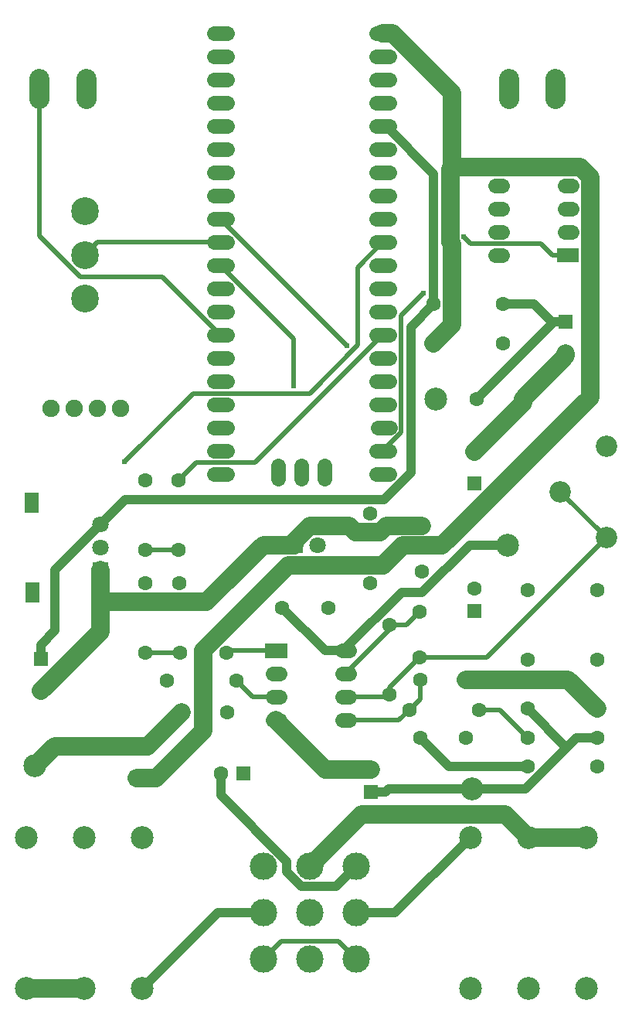
<source format=gbl>
G04 Layer: BottomLayer*
G04 EasyEDA v6.4.19.5, 2021-05-01T16:54:04+01:00*
G04 546d7772027e45709b81d84d5bd5c9e2,16c567bfc68a422cbc3e568a0f495cef,10*
G04 Gerber Generator version 0.2*
G04 Scale: 100 percent, Rotated: No, Reflected: No *
G04 Dimensions in millimeters *
G04 leading zeros omitted , absolute positions ,4 integer and 5 decimal *
%FSLAX45Y45*%
%MOMM*%

%ADD11C,0.5000*%
%ADD12C,2.0000*%
%ADD13C,1.0000*%
%ADD14C,0.6100*%
%ADD15C,2.4999*%
%ADD16C,1.6000*%
%ADD17R,1.8000X1.8000*%
%ADD18C,1.8000*%
%ADD19R,1.6000X1.6000*%
%ADD20C,3.0000*%
%ADD21C,2.4994*%
%ADD22R,2.4000X1.6000*%
%ADD23C,1.9000*%
%ADD24C,3.0455*%
%ADD25C,2.3400*%
%ADD26R,1.5000X2.2000*%
%ADD27C,1.5999*%
%ADD28C,2.2000*%

%LPD*%
D11*
X4775200Y8610600D02*
G01*
X4977384Y8812784D01*
X4977384Y10097262D01*
X5217922Y10337545D01*
X5661152Y10958829D02*
G01*
X5736081Y10883900D01*
X6510020Y10883900D01*
X6637020Y10756900D01*
X6807200Y10756900D02*
G01*
X6637020Y10756900D01*
X2997200Y11150600D02*
G01*
X4380229Y9767570D01*
D12*
X6781800Y9680194D02*
G01*
X6781800Y9656063D01*
X6307836Y9182100D01*
X6307836Y9182100D02*
G01*
X6307836Y9137142D01*
X5778500Y8607805D01*
X2569463Y5753100D02*
G01*
X2198370Y5382005D01*
X2082800Y5382005D01*
X2082800Y5382005D02*
G01*
X1178305Y5382005D01*
X965200Y5168900D01*
X1677162Y6963663D02*
G01*
X2844800Y6963663D01*
X3043936Y7162800D01*
X1677162Y7306563D02*
G01*
X1677162Y6963663D01*
X1677162Y6963663D02*
G01*
X1677162Y6632955D01*
X1028700Y5984494D01*
X5685536Y6108700D02*
G01*
X6807200Y6108700D01*
X7124700Y5791200D01*
X4648200Y5128768D02*
G01*
X4142231Y5128768D01*
X3606800Y5664200D01*
X3975100Y4064000D02*
G01*
X4544822Y4633721D01*
X6116320Y4633721D01*
X6369050Y4380992D01*
X3043936Y7162800D02*
G01*
X3463036Y7581900D01*
X3810000Y7581900D01*
X3810000Y7581900D02*
G01*
X3810000Y7625842D01*
X3975100Y7790687D01*
X4409947Y7790687D01*
X4476241Y7724394D01*
X4742434Y7724394D01*
X4811775Y7793736D01*
X5207000Y7793736D01*
X869950Y2731007D02*
G01*
X1504950Y2731007D01*
X7004050Y4380992D02*
G01*
X6369050Y4380992D01*
D13*
X4483100Y3556000D02*
G01*
X4909058Y3556000D01*
X5734050Y4380992D01*
X3467100Y3556000D02*
G01*
X2964941Y3556000D01*
X2139950Y2731007D01*
X6362700Y5156200D02*
G01*
X5503163Y5156200D01*
X5185663Y5473700D01*
D11*
X6362700Y5473700D02*
G01*
X6057900Y5778500D01*
X5829300Y5778500D01*
D13*
X4648200Y4878831D02*
G01*
X4803393Y4878831D01*
X4803393Y4878831D02*
G01*
X4839461Y4914900D01*
X5753100Y4914900D01*
X6362700Y5791200D02*
G01*
X6788150Y5365750D01*
X5753100Y4914900D02*
G01*
X6337300Y4914900D01*
X6788150Y5365750D01*
X6788150Y5365750D02*
G01*
X6896100Y5473700D01*
X7124700Y5473700D01*
D11*
X4368800Y5664200D02*
G01*
X4953000Y5664200D01*
X5067300Y5778500D01*
X5185663Y6108700D02*
G01*
X5185663Y5896863D01*
X5067300Y5778500D01*
X4775200Y9880600D02*
G01*
X3378200Y8483600D01*
X2730500Y8483600D01*
X2540000Y8293100D01*
X2170429Y7531100D02*
G01*
X2540000Y7531100D01*
X4368800Y6172200D02*
G01*
X4851400Y6654800D01*
X4851400Y6705600D01*
X4851400Y6705600D02*
G01*
X5033263Y6705600D01*
X5181600Y6853936D01*
D13*
X3674363Y6896100D02*
G01*
X4144263Y6426200D01*
X4368800Y6426200D01*
X4368800Y6426200D02*
G01*
X4368800Y6450329D01*
X4979670Y7061200D01*
X5205222Y7061200D01*
X5725922Y7581900D01*
X6146800Y7581900D01*
D11*
X7222236Y7665973D02*
G01*
X6722363Y8166100D01*
X4368800Y5918200D02*
G01*
X4826000Y5918200D01*
X4851400Y5943600D01*
X7222236Y7665973D02*
G01*
X5910325Y6354063D01*
X5181600Y6354063D01*
X5181600Y6354063D02*
G01*
X4851400Y6023863D01*
X4851400Y5943600D01*
X3606800Y6426200D02*
G01*
X3082036Y6426200D01*
X3056636Y6400800D01*
D13*
X4483100Y4064000D02*
G01*
X4266945Y3847845D01*
X3882136Y3847845D01*
X3721100Y4008881D01*
X3721100Y4119371D01*
X2999231Y4841239D01*
X2999231Y5080000D01*
D11*
X3467100Y3048000D02*
G01*
X3660647Y3241547D01*
X4289552Y3241547D01*
X4483100Y3048000D01*
X2556763Y6400800D02*
G01*
X2171700Y6400800D01*
X3606800Y5918200D02*
G01*
X3352800Y5918200D01*
X3175000Y6096000D01*
D13*
X4775200Y12166600D02*
G01*
X4809997Y12166600D01*
X5334000Y11642597D01*
X5334000Y10223500D01*
X5334000Y10223500D02*
G01*
X5081524Y9971024D01*
X5081524Y8376412D01*
X4786122Y8081263D01*
X1951736Y8081263D01*
X1677162Y7806689D01*
X1677162Y7806689D02*
G01*
X1183894Y7313168D01*
X1183894Y6644639D01*
X1028700Y6489700D01*
X1028700Y6334505D02*
G01*
X1028700Y6489700D01*
D12*
X2082800Y5031994D02*
G01*
X2287777Y5031994D01*
X5532374Y11716512D02*
G01*
X5532374Y12533121D01*
X4882895Y13182600D01*
X4775200Y13182600D01*
X5532374Y11716512D02*
G01*
X6935215Y11716512D01*
X7045959Y11606021D01*
X7045959Y9199371D01*
X5424170Y7577581D01*
X4995418Y7577581D01*
X4776977Y7358887D01*
X3736086Y7358887D01*
X2806700Y6429502D01*
X2806700Y5550915D01*
X2287777Y5031994D01*
X5334000Y9791700D02*
G01*
X5532374Y9990074D01*
X5532374Y10880089D01*
X5514340Y10898124D01*
X5514340Y11698731D01*
X5532374Y11716512D01*
D13*
X6096000Y10223500D02*
G01*
X6433311Y10223500D01*
X6626606Y10030205D01*
X6781800Y10030205D02*
G01*
X6626606Y10030205D01*
X5807963Y9182100D02*
G01*
X6626606Y10000995D01*
X6626606Y10030205D01*
D11*
X1016000Y12573000D02*
G01*
X1016000Y10964418D01*
X1462278Y10518139D01*
X2359659Y10518139D01*
X2997200Y9880600D01*
X1511300Y10756900D02*
G01*
X1651000Y10896600D01*
X2997200Y10896600D01*
X4775200Y10896600D02*
G01*
X4501641Y10623042D01*
X4501641Y9769347D01*
X3973322Y9241028D01*
X2695447Y9241028D01*
X1946147Y8491728D01*
X2997200Y10642600D02*
G01*
X3796029Y9843770D01*
X3796029Y9324339D01*
D15*
G01*
X6368999Y4380992D03*
G01*
X5733999Y2731007D03*
G01*
X7003999Y4380992D03*
G01*
X5733999Y4380992D03*
G01*
X7003999Y2731007D03*
G01*
X6368999Y2731007D03*
G01*
X1505000Y2731007D03*
G01*
X2140000Y4380992D03*
G01*
X870000Y2731007D03*
G01*
X2140000Y2731007D03*
G01*
X870000Y4380992D03*
G01*
X1505000Y4380992D03*
D16*
G01*
X5185613Y5473700D03*
G01*
X5685612Y5473700D03*
G01*
X6362700Y5473700D03*
G01*
X7124700Y5473700D03*
G01*
X5829300Y5778500D03*
G01*
X5067300Y5778500D03*
G01*
X2540000Y8293100D03*
G01*
X2540000Y7531100D03*
G01*
X5207000Y7293787D03*
G01*
X5207000Y7793786D03*
G01*
X7124700Y7086600D03*
G01*
X7124700Y6324600D03*
G01*
X6362700Y5791200D03*
G01*
X7124700Y5791200D03*
G36*
X3720000Y7671899D02*
G01*
X3899999Y7671899D01*
X3899999Y7491900D01*
X3720000Y7491900D01*
G37*
D18*
G01*
X4064000Y7581900D03*
D16*
G01*
X6362700Y6324600D03*
G01*
X6362700Y7086600D03*
G01*
X4851400Y5943600D03*
G01*
X4851400Y6705600D03*
D19*
G01*
X5778500Y6859981D03*
D16*
G01*
X5778500Y7109993D03*
D19*
G01*
X3249218Y5080000D03*
D16*
G01*
X2999181Y5080000D03*
D20*
G01*
X4483100Y4064000D03*
G01*
X3975100Y4064000D03*
G01*
X4483100Y3556000D03*
G01*
X3975100Y3556000D03*
G01*
X4483100Y3048000D03*
G01*
X3975100Y3048000D03*
G01*
X3467100Y3048000D03*
G01*
X3467100Y3556000D03*
G01*
X3467100Y4064000D03*
D19*
G01*
X4648200Y4878781D03*
D16*
G01*
X4648200Y5128793D03*
G01*
X4635500Y7924800D03*
G01*
X4635500Y7162800D03*
G01*
X5185613Y6108700D03*
G01*
X5685612Y6108700D03*
D21*
G01*
X5753100Y4914900D03*
G01*
X6146800Y7581900D03*
G01*
X965200Y5168900D03*
D16*
G01*
X2170353Y8293100D03*
G01*
X2170353Y7531100D03*
G01*
X2544013Y7162800D03*
G01*
X3043986Y7162800D03*
G01*
X2171700Y7162800D03*
G01*
X2171700Y6400800D03*
G01*
X2413000Y6096000D03*
G01*
X3175000Y6096000D03*
G01*
X3069386Y5753100D03*
G01*
X2569413Y5753100D03*
G01*
X3056686Y6400800D03*
G01*
X2556713Y6400800D03*
D19*
G01*
X1028700Y6334505D03*
D16*
G01*
X1028700Y5984494D03*
D19*
G01*
X2082800Y5031994D03*
D16*
G01*
X2082800Y5382005D03*
D19*
G01*
X5778500Y8257794D03*
D16*
G01*
X5778500Y8607805D03*
D19*
G01*
X6781800Y10030205D03*
D16*
G01*
X6781800Y9680194D03*
G01*
X3674313Y6896100D03*
G01*
X4174286Y6896100D03*
G01*
X5807913Y9182100D03*
G01*
X6307886Y9182100D03*
G01*
X5181600Y6854012D03*
G01*
X5181600Y6354013D03*
G01*
X6362700Y5156200D03*
G01*
X7124700Y5156200D03*
D21*
G01*
X5359400Y9182100D03*
D22*
G01*
X6807200Y10756900D03*
G36*
X3486800Y6506199D02*
G01*
X3726799Y6506199D01*
X3726799Y6346200D01*
X3486800Y6346200D01*
G37*
D23*
G01*
X1397000Y9080500D03*
G01*
X1143000Y9080500D03*
G01*
X1651000Y9080500D03*
G01*
X1905000Y9080500D03*
D24*
G01*
X1511300Y10279379D03*
G01*
X1511300Y10756900D03*
G01*
X1511300Y11234420D03*
D25*
G01*
X7222286Y8666099D03*
G01*
X6722287Y8166100D03*
G01*
X7222286Y7666101D03*
D17*
G01*
X1677111Y7306513D03*
D18*
G01*
X1677365Y7556677D03*
G01*
X1677111Y7806613D03*
D26*
G01*
X937260Y7066508D03*
G01*
X927100Y8046491D03*
D16*
G01*
X5334000Y9791700D03*
G01*
X6096000Y9791700D03*
G01*
X5334000Y10223500D03*
G01*
X6096000Y10223500D03*
D14*
G01*
X5217922Y10337545D03*
G01*
X5661152Y10958829D03*
G01*
X4380229Y9767570D03*
G01*
X1946147Y8491728D03*
G01*
X3796029Y9324339D03*
D16*
X6085199Y11518900D02*
G01*
X6005200Y11518900D01*
X6847199Y11010900D02*
G01*
X6767200Y11010900D01*
X6085199Y11264900D02*
G01*
X6005200Y11264900D01*
X6847199Y11264900D02*
G01*
X6767200Y11264900D01*
X6085199Y11010900D02*
G01*
X6005200Y11010900D01*
X6847199Y11518900D02*
G01*
X6767200Y11518900D01*
X6085199Y10756900D02*
G01*
X6005200Y10756900D01*
X4328800Y5664200D02*
G01*
X4408799Y5664200D01*
X3566800Y6172200D02*
G01*
X3646799Y6172200D01*
X4328800Y5918200D02*
G01*
X4408799Y5918200D01*
X3566800Y5918200D02*
G01*
X3646799Y5918200D01*
X4328800Y6172200D02*
G01*
X4408799Y6172200D01*
X3566800Y5664200D02*
G01*
X3646799Y5664200D01*
X4328800Y6426200D02*
G01*
X4408799Y6426200D01*
X4140200Y8309561D02*
G01*
X4140200Y8449561D01*
D27*
X3886200Y8309610D02*
G01*
X3886200Y8449563D01*
D16*
X3632200Y8309561D02*
G01*
X3632200Y8449561D01*
D27*
X2927197Y8356600D02*
G01*
X3067202Y8356600D01*
X2927197Y8610600D02*
G01*
X3067202Y8610600D01*
X2927197Y8864600D02*
G01*
X3067202Y8864600D01*
X2927197Y9118600D02*
G01*
X3067202Y9118600D01*
X2927197Y9372600D02*
G01*
X3067202Y9372600D01*
X2927197Y9626600D02*
G01*
X3067202Y9626600D01*
X2927197Y9880600D02*
G01*
X3067202Y9880600D01*
X2927197Y10134600D02*
G01*
X3067202Y10134600D01*
X2927197Y10388600D02*
G01*
X3067202Y10388600D01*
X2927197Y10642600D02*
G01*
X3067202Y10642600D01*
X2927197Y10896600D02*
G01*
X3067202Y10896600D01*
X2927197Y11150600D02*
G01*
X3067202Y11150600D01*
X2927197Y11404600D02*
G01*
X3067202Y11404600D01*
X2927197Y11658600D02*
G01*
X3067202Y11658600D01*
X2927197Y11912600D02*
G01*
X3067202Y11912600D01*
X2927197Y12166600D02*
G01*
X3067202Y12166600D01*
X2927197Y12420600D02*
G01*
X3067202Y12420600D01*
X2927197Y12674600D02*
G01*
X3067202Y12674600D01*
X2927197Y12928600D02*
G01*
X3067202Y12928600D01*
X2927197Y13182600D02*
G01*
X3067202Y13182600D01*
X4845202Y13182600D02*
G01*
X4705197Y13182600D01*
X4845202Y12928600D02*
G01*
X4705197Y12928600D01*
X4845202Y12674600D02*
G01*
X4705197Y12674600D01*
X4845202Y12420600D02*
G01*
X4705197Y12420600D01*
X4845202Y12166600D02*
G01*
X4705197Y12166600D01*
X4845202Y11912600D02*
G01*
X4705197Y11912600D01*
X4845202Y11658600D02*
G01*
X4705197Y11658600D01*
X4845202Y11404600D02*
G01*
X4705197Y11404600D01*
X4845202Y11150600D02*
G01*
X4705197Y11150600D01*
X4845202Y10896600D02*
G01*
X4705197Y10896600D01*
X4845202Y10642600D02*
G01*
X4705197Y10642600D01*
X4845202Y10388600D02*
G01*
X4705197Y10388600D01*
X4845202Y10134600D02*
G01*
X4705197Y10134600D01*
X4845202Y9880600D02*
G01*
X4705197Y9880600D01*
X4845202Y9626600D02*
G01*
X4705197Y9626600D01*
X4845202Y9372600D02*
G01*
X4705197Y9372600D01*
X4845202Y9118600D02*
G01*
X4705197Y9118600D01*
X4856200Y8864600D02*
G01*
X4716195Y8864600D01*
X4845202Y8610600D02*
G01*
X4705197Y8610600D01*
X4845202Y8356600D02*
G01*
X4705197Y8356600D01*
D28*
X1526031Y12463000D02*
G01*
X1526031Y12682999D01*
X1016000Y12463000D02*
G01*
X1016000Y12682999D01*
X6669531Y12463000D02*
G01*
X6669531Y12682999D01*
X6159500Y12463000D02*
G01*
X6159500Y12682999D01*
M02*

</source>
